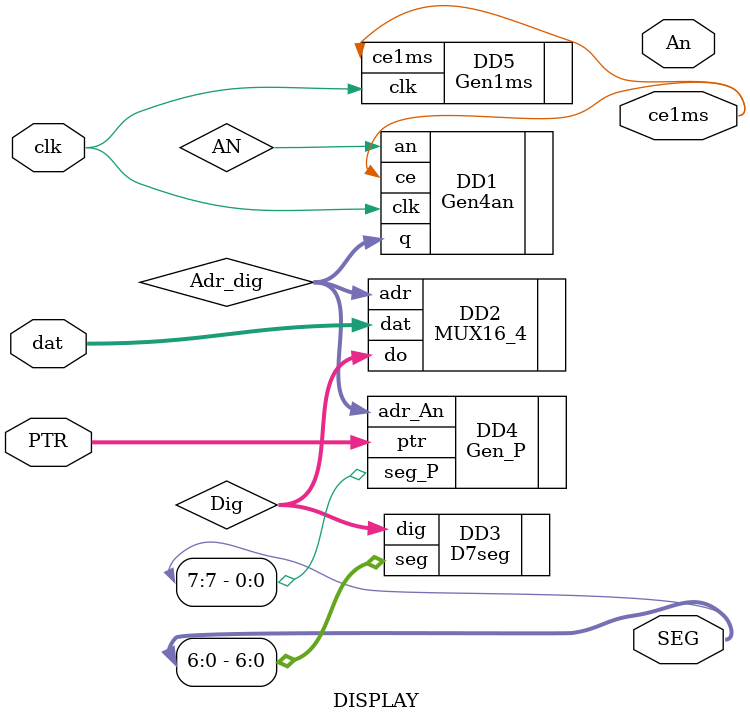
<source format=v>
`timescale 1ns / 1ps
module DISPLAY(
    input clk,
	 input [15:0]dat,
	 input [1:0]PTR,
	 output wire [3:0]An,
	 output wire [7:0]SEG,
	 output wire ce1ms
    );
wire [3:0]Dig;
wire [1:0]Adr_dig;

Gen4an DD1(.clk(clk), .q(Adr_dig), .ce(ce1ms), .an(AN));

MUX16_4 DD2(.dat(dat), .do(Dig), .adr(Adr_dig));

D7seg DD3(.dig(Dig), .seg(SEG[6:0]));

Gen_P DD4(.adr_An(Adr_dig), .seg_P(SEG[7]), .ptr(PTR));

Gen1ms DD5 (.clk(clk), .ce1ms(ce1ms));

endmodule

</source>
